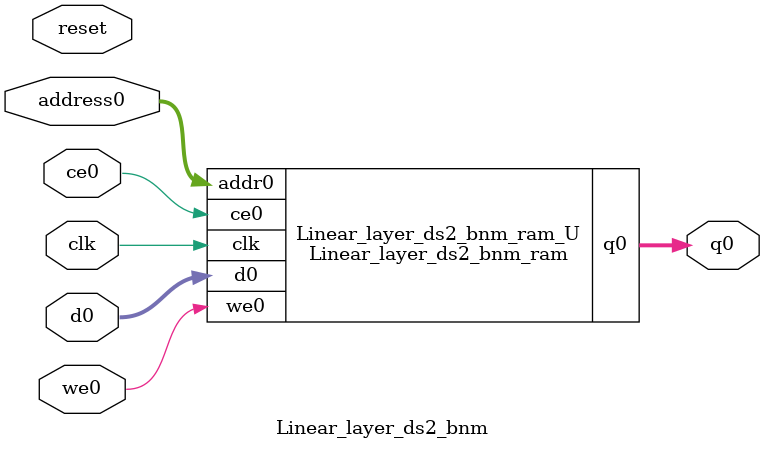
<source format=v>
`timescale 1 ns / 1 ps
module Linear_layer_ds2_bnm_ram (addr0, ce0, d0, we0, q0,  clk);

parameter DWIDTH = 12;
parameter AWIDTH = 16;
parameter MEM_SIZE = 36864;

input[AWIDTH-1:0] addr0;
input ce0;
input[DWIDTH-1:0] d0;
input we0;
output reg[DWIDTH-1:0] q0;
input clk;

(* ram_style = "block" *)reg [DWIDTH-1:0] ram[0:MEM_SIZE-1];




always @(posedge clk)  
begin 
    if (ce0) begin
        if (we0) 
            ram[addr0] <= d0; 
        q0 <= ram[addr0];
    end
end


endmodule

`timescale 1 ns / 1 ps
module Linear_layer_ds2_bnm(
    reset,
    clk,
    address0,
    ce0,
    we0,
    d0,
    q0);

parameter DataWidth = 32'd12;
parameter AddressRange = 32'd36864;
parameter AddressWidth = 32'd16;
input reset;
input clk;
input[AddressWidth - 1:0] address0;
input ce0;
input we0;
input[DataWidth - 1:0] d0;
output[DataWidth - 1:0] q0;



Linear_layer_ds2_bnm_ram Linear_layer_ds2_bnm_ram_U(
    .clk( clk ),
    .addr0( address0 ),
    .ce0( ce0 ),
    .we0( we0 ),
    .d0( d0 ),
    .q0( q0 ));

endmodule


</source>
